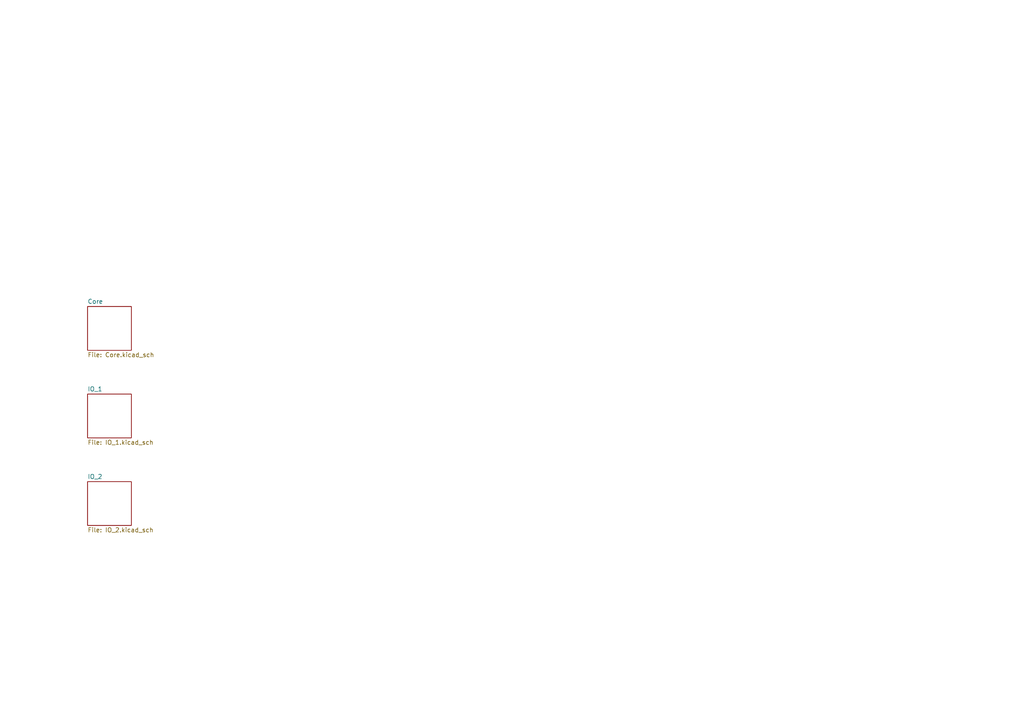
<source format=kicad_sch>
(kicad_sch (version 20230121) (generator eeschema)

  (uuid c0b0c33a-0d2b-4391-9b6d-3484a571703c)

  (paper "A4")

  (lib_symbols
  )


  (sheet (at 25.4 88.9) (size 12.7 12.7) (fields_autoplaced)
    (stroke (width 0.1524) (type solid))
    (fill (color 0 0 0 0.0000))
    (uuid 793272d6-5bd4-47b7-8ad4-3d90c0f49c99)
    (property "Sheetname" "Core" (at 25.4 88.1884 0)
      (effects (font (size 1.27 1.27)) (justify left bottom))
    )
    (property "Sheetfile" "Core.kicad_sch" (at 25.4 102.1846 0)
      (effects (font (size 1.27 1.27)) (justify left top))
    )
    (instances
      (project "Automate_ES_V2"
        (path "/c0b0c33a-0d2b-4391-9b6d-3484a571703c" (page "4"))
      )
    )
  )

  (sheet (at 25.4 139.7) (size 12.7 12.7) (fields_autoplaced)
    (stroke (width 0.1524) (type solid))
    (fill (color 0 0 0 0.0000))
    (uuid 8df41db3-9549-4b1f-9d35-49f7cca90ec9)
    (property "Sheetname" "IO_2" (at 25.4 138.9884 0)
      (effects (font (size 1.27 1.27)) (justify left bottom))
    )
    (property "Sheetfile" "IO_2.kicad_sch" (at 25.4 152.9846 0)
      (effects (font (size 1.27 1.27)) (justify left top))
    )
    (instances
      (project "Automate_ES_V2"
        (path "/c0b0c33a-0d2b-4391-9b6d-3484a571703c" (page "2"))
      )
    )
  )

  (sheet (at 25.4 114.3) (size 12.7 12.7) (fields_autoplaced)
    (stroke (width 0.1524) (type solid))
    (fill (color 0 0 0 0.0000))
    (uuid 924ddbff-cf32-44a4-81b7-05748a5d0373)
    (property "Sheetname" "IO_1" (at 25.4 113.5884 0)
      (effects (font (size 1.27 1.27)) (justify left bottom))
    )
    (property "Sheetfile" "IO_1.kicad_sch" (at 25.4 127.5846 0)
      (effects (font (size 1.27 1.27)) (justify left top))
    )
    (instances
      (project "Automate_ES_V2"
        (path "/c0b0c33a-0d2b-4391-9b6d-3484a571703c" (page "3"))
      )
    )
  )

  (sheet_instances
    (path "/" (page "1"))
  )
)

</source>
